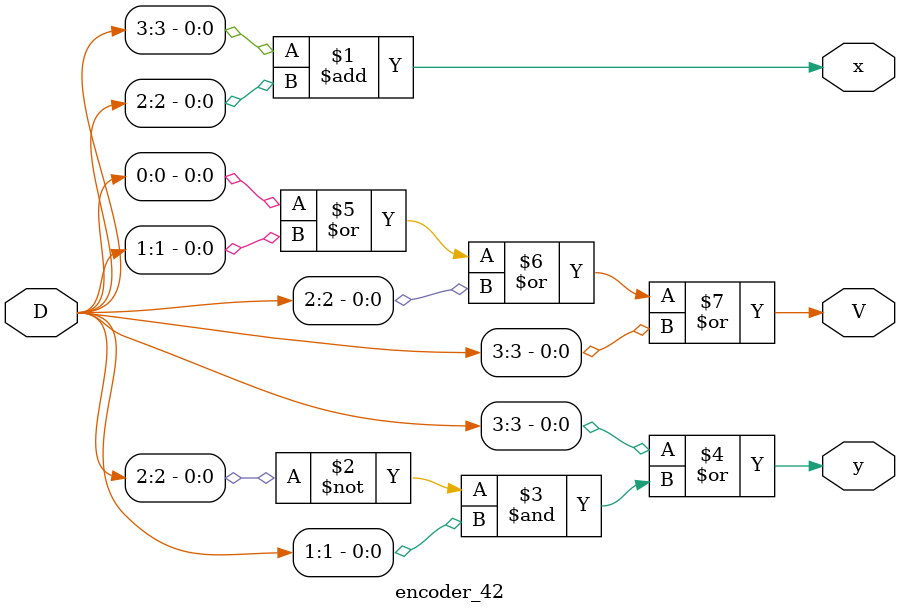
<source format=v>
module encoder_42(D, x,y, V);

input [3:0] D;
output x,y,V;

wire x,y, V;

assign x = D[3]+D[2];
assign y = D[3] | (~D[2])&D[1];
assign V = D[0] |D[1]| D[2] | D[3];

endmodule


</source>
